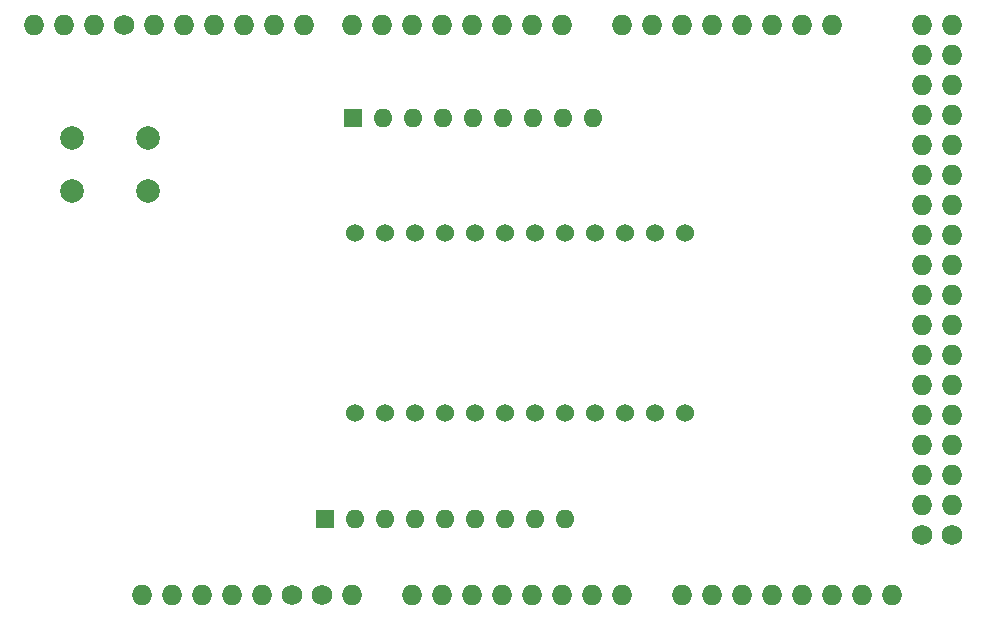
<source format=gbr>
G04 #@! TF.GenerationSoftware,KiCad,Pcbnew,7.0.8-7.0.8~ubuntu23.04.1*
G04 #@! TF.CreationDate,2023-10-29T22:49:28+00:00*
G04 #@! TF.ProjectId,2332 ROM Tester,32333332-2052-44f4-9d20-546573746572,1.0*
G04 #@! TF.SameCoordinates,Original*
G04 #@! TF.FileFunction,Soldermask,Bot*
G04 #@! TF.FilePolarity,Negative*
%FSLAX46Y46*%
G04 Gerber Fmt 4.6, Leading zero omitted, Abs format (unit mm)*
G04 Created by KiCad (PCBNEW 7.0.8-7.0.8~ubuntu23.04.1) date 2023-10-29 22:49:28*
%MOMM*%
%LPD*%
G01*
G04 APERTURE LIST*
%ADD10O,1.727200X1.727200*%
%ADD11C,1.727200*%
%ADD12C,1.530000*%
%ADD13C,2.000000*%
%ADD14R,1.600000X1.600000*%
%ADD15O,1.600000X1.600000*%
G04 APERTURE END LIST*
D10*
G04 #@! TO.C,A1*
X107700000Y-96330000D03*
X83316000Y-48070000D03*
X80776000Y-48070000D03*
X95000000Y-96330000D03*
X92460000Y-96330000D03*
D11*
X158500000Y-91250000D03*
X155960000Y-91250000D03*
X105160000Y-96330000D03*
X102620000Y-96330000D03*
X88396000Y-48070000D03*
D10*
X158500000Y-88710000D03*
X155960000Y-88710000D03*
X158500000Y-86170000D03*
X155960000Y-86170000D03*
X158500000Y-83630000D03*
X155960000Y-83630000D03*
X158500000Y-81090000D03*
X155960000Y-81090000D03*
X158500000Y-78550000D03*
X155960000Y-78550000D03*
X158500000Y-76010000D03*
X155960000Y-76010000D03*
X158500000Y-73470000D03*
X155960000Y-73470000D03*
X158500000Y-70930000D03*
X155960000Y-70930000D03*
X158500000Y-68390000D03*
X155960000Y-68390000D03*
X158500000Y-65850000D03*
X155960000Y-65850000D03*
X158500000Y-63310000D03*
X155960000Y-63310000D03*
X158500000Y-60770000D03*
X155960000Y-60770000D03*
X158500000Y-58230000D03*
X155960000Y-58230000D03*
X158500000Y-55690000D03*
X155960000Y-55690000D03*
X158500000Y-53150000D03*
X155960000Y-53150000D03*
X158500000Y-50610000D03*
X155960000Y-50610000D03*
X148340000Y-48070000D03*
X145800000Y-48070000D03*
X143260000Y-48070000D03*
X140720000Y-48070000D03*
X138180000Y-48070000D03*
X135640000Y-48070000D03*
X133100000Y-48070000D03*
X130560000Y-48070000D03*
X90936000Y-48070000D03*
X93476000Y-48070000D03*
X96016000Y-48070000D03*
X98556000Y-48070000D03*
X101096000Y-48070000D03*
X103636000Y-48070000D03*
X107700000Y-48070000D03*
X110240000Y-48070000D03*
X112780000Y-48070000D03*
X115320000Y-48070000D03*
X117860000Y-48070000D03*
X120400000Y-48070000D03*
X122940000Y-48070000D03*
X125480000Y-48070000D03*
X85856000Y-48070000D03*
X153420000Y-96330000D03*
X150880000Y-96330000D03*
X148340000Y-96330000D03*
X145800000Y-96330000D03*
X143260000Y-96330000D03*
X140720000Y-96330000D03*
X138180000Y-96330000D03*
X135640000Y-96330000D03*
X130560000Y-96330000D03*
X128020000Y-96330000D03*
X125480000Y-96330000D03*
X122940000Y-96330000D03*
X120400000Y-96330000D03*
X117860000Y-96330000D03*
X115320000Y-96330000D03*
X112780000Y-96330000D03*
X158500000Y-48070000D03*
X155960000Y-48070000D03*
X100080000Y-96330000D03*
X97540000Y-96330000D03*
X89920000Y-96330000D03*
G04 #@! TD*
D12*
G04 #@! TO.C,U1*
X107980000Y-80890000D03*
X110520000Y-80890000D03*
X113060000Y-80890000D03*
X115600000Y-80890000D03*
X118140000Y-80890000D03*
X120680000Y-80890000D03*
X123220000Y-80890000D03*
X125760000Y-80890000D03*
X128300000Y-80890000D03*
X130840000Y-80890000D03*
X133380000Y-80890000D03*
X135920000Y-80890000D03*
X135920000Y-65650000D03*
X133380000Y-65650000D03*
X130840000Y-65650000D03*
X128300000Y-65650000D03*
X125760000Y-65650000D03*
X123220000Y-65650000D03*
X120680000Y-65650000D03*
X118140000Y-65650000D03*
X115600000Y-65650000D03*
X113060000Y-65650000D03*
X110520000Y-65650000D03*
X107980000Y-65650000D03*
G04 #@! TD*
D13*
G04 #@! TO.C,SW1*
X90496800Y-62138800D03*
X83996800Y-62138800D03*
X90496800Y-57638800D03*
X83996800Y-57638800D03*
G04 #@! TD*
D14*
G04 #@! TO.C,RN2*
X107810000Y-55900000D03*
D15*
X110350000Y-55900000D03*
X112890000Y-55900000D03*
X115430000Y-55900000D03*
X117970000Y-55900000D03*
X120510000Y-55900000D03*
X123050000Y-55900000D03*
X125590000Y-55900000D03*
X128130000Y-55900000D03*
G04 #@! TD*
D14*
G04 #@! TO.C,RN1*
X105470000Y-89900000D03*
D15*
X108010000Y-89900000D03*
X110550000Y-89900000D03*
X113090000Y-89900000D03*
X115630000Y-89900000D03*
X118170000Y-89900000D03*
X120710000Y-89900000D03*
X123250000Y-89900000D03*
X125790000Y-89900000D03*
G04 #@! TD*
M02*

</source>
